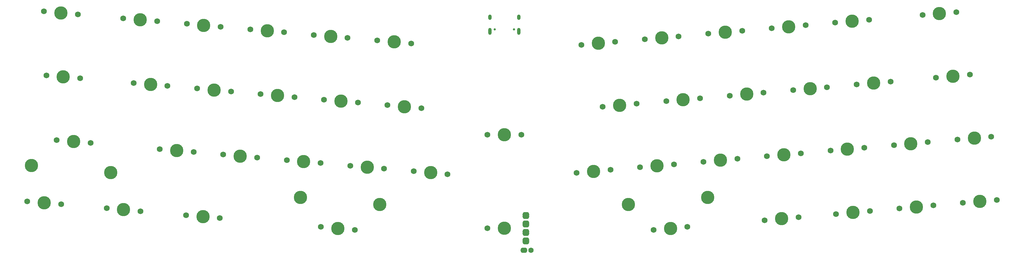
<source format=gbr>
%TF.GenerationSoftware,KiCad,Pcbnew,8.0.5*%
%TF.CreationDate,2024-09-20T18:28:29+02:00*%
%TF.ProjectId,Arrowhead,4172726f-7768-4656-9164-2e6b69636164,rev?*%
%TF.SameCoordinates,Original*%
%TF.FileFunction,Soldermask,Top*%
%TF.FilePolarity,Negative*%
%FSLAX46Y46*%
G04 Gerber Fmt 4.6, Leading zero omitted, Abs format (unit mm)*
G04 Created by KiCad (PCBNEW 8.0.5) date 2024-09-20 18:28:29*
%MOMM*%
%LPD*%
G01*
G04 APERTURE LIST*
%ADD10C,1.750000*%
%ADD11C,3.987800*%
%ADD12O,2.100000X1.600000*%
%ADD13C,1.600000*%
%ADD14C,0.650000*%
%ADD15O,1.000000X1.600000*%
%ADD16O,1.000000X2.100000*%
G04 APERTURE END LIST*
D10*
%TO.C,MX45*%
X299139374Y-93545516D03*
D11*
X304200043Y-93102765D03*
D10*
X309260712Y-92660014D03*
%TD*%
%TO.C,MX26*%
X77992466Y-75757901D03*
D11*
X83053135Y-76200652D03*
D10*
X88113804Y-76643403D03*
%TD*%
%TO.C,MX6*%
X142990004Y-43198913D03*
D11*
X148050673Y-43641664D03*
D10*
X153111342Y-44084415D03*
%TD*%
%TO.C,MX38*%
X62099017Y-93490172D03*
D11*
X67159686Y-93932923D03*
D10*
X72220355Y-94375674D03*
%TD*%
%TO.C,MX31*%
X202591512Y-82869591D03*
D11*
X207652181Y-82426840D03*
D10*
X212712850Y-81984089D03*
%TD*%
%TO.C,MX41*%
X175895000Y-71437500D03*
D11*
X180975000Y-71437500D03*
D10*
X186055000Y-71437500D03*
%TD*%
%TO.C,MX22*%
X267352476Y-58080973D03*
D11*
X272413145Y-57638222D03*
D10*
X277473814Y-57195471D03*
%TD*%
%TO.C,MX35*%
X278501548Y-76228324D03*
D11*
X283562217Y-75785573D03*
D10*
X288622886Y-75342822D03*
%TD*%
%TO.C,MX19*%
X210419949Y-63061924D03*
D11*
X215480618Y-62619173D03*
D10*
X220541287Y-62176422D03*
%TD*%
D12*
%TO.C,EN1*%
X187450000Y-103584500D03*
X187450000Y-103060500D03*
X187450000Y-101044500D03*
X187450000Y-100520500D03*
X187450000Y-98504500D03*
X187450000Y-97980500D03*
D13*
X188925000Y-106060500D03*
D12*
X186825000Y-106060500D03*
X187450000Y-95964500D03*
X187450000Y-95440500D03*
%TD*%
D10*
%TO.C,MX23*%
X286329985Y-56420656D03*
D11*
X291390654Y-55977905D03*
D10*
X296451323Y-55535154D03*
%TD*%
%TO.C,MX46*%
X318116883Y-91885199D03*
D11*
X323177552Y-91442448D03*
D10*
X328238221Y-90999697D03*
%TD*%
%TO.C,MX48*%
X175895000Y-99512500D03*
D11*
X180975000Y-99512500D03*
%TD*%
D10*
%TO.C,MX8*%
X222992764Y-42839177D03*
D11*
X228053433Y-42396426D03*
D10*
X233114102Y-41953675D03*
%TD*%
%TO.C,MX5*%
X124012495Y-41538596D03*
D11*
X129073164Y-41981347D03*
D10*
X134133833Y-42424098D03*
%TD*%
%TO.C,MX11*%
X279925291Y-37858226D03*
D11*
X284985960Y-37415475D03*
D10*
X290046629Y-36972724D03*
%TD*%
%TO.C,MX43*%
X258812992Y-97077125D03*
D11*
X263873661Y-96634374D03*
D10*
X268934330Y-96191623D03*
%TD*%
%TO.C,MX33*%
X240546530Y-79548957D03*
D11*
X245607199Y-79106206D03*
D10*
X250667868Y-78663455D03*
%TD*%
%TO.C,MX32*%
X221569021Y-81209274D03*
D11*
X226629690Y-80766523D03*
D10*
X231690359Y-80323772D03*
%TD*%
%TO.C,MX4*%
X105034986Y-39878279D03*
D11*
X110095655Y-40321030D03*
D10*
X115156324Y-40763781D03*
%TD*%
%TO.C,MX34*%
X259524039Y-77888640D03*
D11*
X264584708Y-77445889D03*
D10*
X269645377Y-77003138D03*
%TD*%
%TO.C,MX12*%
X306019366Y-35575291D03*
D11*
X311080035Y-35132540D03*
D10*
X316140704Y-34689789D03*
%TD*%
%TO.C,MX27*%
X96969975Y-77418218D03*
D11*
X102030644Y-77860969D03*
D10*
X107091313Y-78303720D03*
%TD*%
%TO.C,MX20*%
X229397458Y-61401607D03*
D11*
X234458127Y-60958856D03*
D10*
X239518796Y-60516105D03*
%TD*%
%TO.C,MX14*%
X70164028Y-55950233D03*
D11*
X75224697Y-56392984D03*
D10*
X80285366Y-56835735D03*
%TD*%
%TO.C,MX1*%
X43358081Y-34482249D03*
D11*
X48418750Y-34925000D03*
D10*
X53479419Y-35367751D03*
%TD*%
%TO.C,MX21*%
X248374967Y-59741290D03*
D11*
X253435636Y-59298539D03*
D10*
X258496305Y-58855788D03*
%TD*%
%TO.C,MX28*%
X115947484Y-79078535D03*
D11*
X121008153Y-79521286D03*
D10*
X126068822Y-79964037D03*
%TD*%
D11*
%TO.C,S3*%
X39634268Y-80688526D03*
X63356154Y-82763922D03*
%TD*%
D10*
%TO.C,MX9*%
X241970273Y-41178860D03*
D11*
X247030942Y-40736109D03*
D10*
X252091611Y-40293358D03*
%TD*%
%TO.C,MX7*%
X204015255Y-44499494D03*
D11*
X209075924Y-44056743D03*
D10*
X214136593Y-43613992D03*
%TD*%
%TO.C,MX30*%
X153902502Y-82399168D03*
D11*
X158963171Y-82841919D03*
D10*
X164023840Y-83284670D03*
%TD*%
%TO.C,MX44*%
X280161865Y-95205833D03*
D11*
X285222534Y-94763082D03*
D10*
X290283203Y-94320331D03*
%TD*%
%TO.C,MX39*%
X85820903Y-95565568D03*
D11*
X90881572Y-96008319D03*
D10*
X95942241Y-96451070D03*
%TD*%
%TO.C,MX13*%
X44069953Y-53667298D03*
D11*
X49130622Y-54110049D03*
D10*
X54191291Y-54552800D03*
%TD*%
%TO.C,MX3*%
X86057477Y-38217962D03*
D11*
X91118146Y-38660713D03*
D10*
X96178815Y-39103464D03*
%TD*%
%TO.C,MX47*%
X316456566Y-72907690D03*
D11*
X321517235Y-72464939D03*
D10*
X326577904Y-72022188D03*
%TD*%
%TO.C,MX29*%
X134924993Y-80738851D03*
D11*
X139985662Y-81181602D03*
D10*
X145046331Y-81624353D03*
%TD*%
%TO.C,MX24*%
X310051872Y-54345260D03*
D11*
X315112541Y-53902509D03*
D10*
X320173210Y-53459758D03*
%TD*%
%TO.C,MX40*%
X126148110Y-99093742D03*
D11*
X131208779Y-99536493D03*
D10*
X136269448Y-99979244D03*
%TD*%
%TO.C,MX36*%
X297479057Y-74568007D03*
D11*
X302539726Y-74125256D03*
D10*
X307600395Y-73682505D03*
%TD*%
%TO.C,MX10*%
X260947782Y-39518543D03*
D11*
X266008451Y-39075792D03*
D10*
X271069120Y-38633041D03*
%TD*%
%TO.C,MX15*%
X89141537Y-57610550D03*
D11*
X94202206Y-58053301D03*
D10*
X99262875Y-58496052D03*
%TD*%
%TO.C,MX18*%
X146074064Y-62591501D03*
D11*
X151134733Y-63034252D03*
D10*
X156195402Y-63477003D03*
%TD*%
D11*
%TO.C,S1*%
X143789193Y-92350604D03*
X120067307Y-90275208D03*
%TD*%
D10*
%TO.C,MX17*%
X127096555Y-60931184D03*
D11*
X132157224Y-61373935D03*
D10*
X137217893Y-61816686D03*
%TD*%
%TO.C,MX25*%
X47154013Y-73059886D03*
D11*
X52214682Y-73502637D03*
D10*
X57275351Y-73945388D03*
%TD*%
%TO.C,MX2*%
X67079968Y-36557645D03*
D11*
X72140637Y-37000396D03*
D10*
X77201306Y-37443147D03*
%TD*%
D11*
%TO.C,S2*%
X241801896Y-90275770D03*
X218080010Y-92351166D03*
%TD*%
D10*
%TO.C,MX16*%
X108119046Y-59270867D03*
D11*
X113179715Y-59713618D03*
D10*
X118240384Y-60156369D03*
%TD*%
%TO.C,MX42*%
X225599755Y-99979806D03*
D11*
X230660424Y-99537055D03*
D10*
X235721093Y-99094304D03*
%TD*%
%TO.C,MX37*%
X38377131Y-91414776D03*
D11*
X43437800Y-91857527D03*
D10*
X48498469Y-92300278D03*
%TD*%
D14*
%TO.C,J1*%
X178085000Y-39906250D03*
X183865000Y-39906250D03*
D15*
X176655000Y-36256250D03*
D16*
X176655000Y-40436250D03*
D15*
X185295000Y-36256250D03*
D16*
X185295000Y-40436250D03*
%TD*%
M02*

</source>
